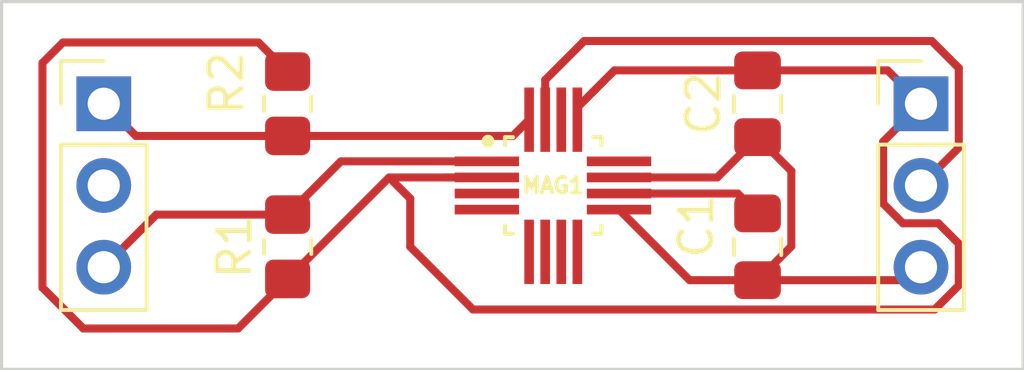
<source format=kicad_pcb>
(kicad_pcb (version 20171130) (host pcbnew "(5.1.10-1-10_14)")

  (general
    (thickness 1.6)
    (drawings 4)
    (tracks 51)
    (zones 0)
    (modules 7)
    (nets 8)
  )

  (page A4)
  (layers
    (0 F.Cu signal)
    (31 B.Cu signal)
    (32 B.Adhes user)
    (33 F.Adhes user)
    (34 B.Paste user)
    (35 F.Paste user)
    (36 B.SilkS user)
    (37 F.SilkS user)
    (38 B.Mask user)
    (39 F.Mask user)
    (40 Dwgs.User user)
    (41 Cmts.User user)
    (42 Eco1.User user)
    (43 Eco2.User user)
    (44 Edge.Cuts user)
    (45 Margin user)
    (46 B.CrtYd user)
    (47 F.CrtYd user)
    (48 B.Fab user)
    (49 F.Fab user)
  )

  (setup
    (last_trace_width 0.25)
    (trace_clearance 0.2)
    (zone_clearance 0.508)
    (zone_45_only no)
    (trace_min 0.2)
    (via_size 0.8)
    (via_drill 0.4)
    (via_min_size 0.4)
    (via_min_drill 0.3)
    (uvia_size 0.3)
    (uvia_drill 0.1)
    (uvias_allowed no)
    (uvia_min_size 0.2)
    (uvia_min_drill 0.1)
    (edge_width 0.05)
    (segment_width 0.2)
    (pcb_text_width 0.3)
    (pcb_text_size 1.5 1.5)
    (mod_edge_width 0.12)
    (mod_text_size 1 1)
    (mod_text_width 0.15)
    (pad_size 0.3 2)
    (pad_drill 0)
    (pad_to_mask_clearance 0)
    (aux_axis_origin 0 0)
    (visible_elements FFFFFF7F)
    (pcbplotparams
      (layerselection 0x010fc_ffffffff)
      (usegerberextensions false)
      (usegerberattributes true)
      (usegerberadvancedattributes true)
      (creategerberjobfile true)
      (excludeedgelayer true)
      (linewidth 0.100000)
      (plotframeref false)
      (viasonmask false)
      (mode 1)
      (useauxorigin false)
      (hpglpennumber 1)
      (hpglpenspeed 20)
      (hpglpendiameter 15.000000)
      (psnegative false)
      (psa4output false)
      (plotreference true)
      (plotvalue true)
      (plotinvisibletext false)
      (padsonsilk false)
      (subtractmaskfromsilk false)
      (outputformat 1)
      (mirror false)
      (drillshape 0)
      (scaleselection 1)
      (outputdirectory "./"))
  )

  (net 0 "")
  (net 1 /SCL)
  (net 2 +3V3)
  (net 3 GND)
  (net 4 "Net-(C1-Pad1)")
  (net 5 /INT)
  (net 6 /SDA)
  (net 7 "Net-(J1-Pad2)")

  (net_class Default "This is the default net class."
    (clearance 0.2)
    (trace_width 0.25)
    (via_dia 0.8)
    (via_drill 0.4)
    (uvia_dia 0.3)
    (uvia_drill 0.1)
    (add_net +3V3)
    (add_net /INT)
    (add_net /SCL)
    (add_net /SDA)
    (add_net GND)
    (add_net "Net-(C1-Pad1)")
    (add_net "Net-(J1-Pad2)")
  )

  (module PQFN50P300X300X100-16N (layer F.Cu) (tedit 6328D9CC) (tstamp 6329284B)
    (at 111.125 59.69)
    (path /6328C7AF)
    (fp_text reference MAG1 (at 0 0) (layer F.SilkS)
      (effects (font (size 0.48 0.48) (thickness 0.15)))
    )
    (fp_text value MMC5983MA (at 0 4.445) (layer F.Fab) hide
      (effects (font (size 0.48 0.48) (thickness 0.12)))
    )
    (fp_circle (center -2.028 -1.378) (end -1.928 -1.378) (layer F.SilkS) (width 0.2))
    (fp_line (start -1.5 -1.5) (end 1.5 -1.5) (layer F.Fab) (width 0.127))
    (fp_line (start 1.5 -1.5) (end 1.5 1.5) (layer F.Fab) (width 0.127))
    (fp_line (start 1.5 1.5) (end -1.5 1.5) (layer F.Fab) (width 0.127))
    (fp_line (start -1.5 1.5) (end -1.5 -1.5) (layer F.Fab) (width 0.127))
    (fp_line (start -1.25 1.5) (end -1.5 1.5) (layer F.SilkS) (width 0.127))
    (fp_line (start -1.5 1.5) (end -1.5 1.25) (layer F.SilkS) (width 0.127))
    (fp_line (start 1.5 1.25) (end 1.5 1.5) (layer F.SilkS) (width 0.127))
    (fp_line (start 1.5 1.5) (end 1.25 1.5) (layer F.SilkS) (width 0.127))
    (fp_line (start 1.25 -1.5) (end 1.5 -1.5) (layer F.SilkS) (width 0.127))
    (fp_line (start 1.5 -1.5) (end 1.5 -1.25) (layer F.SilkS) (width 0.127))
    (fp_line (start -1.5 -1.25) (end -1.5 -1.5) (layer F.SilkS) (width 0.127))
    (fp_line (start -1.5 -1.5) (end -1.25 -1.5) (layer F.SilkS) (width 0.127))
    (fp_circle (center -2.028 -1.378) (end -1.928 -1.378) (layer F.Fab) (width 0.2))
    (fp_line (start -1.75 -1.75) (end 1.75 -1.75) (layer F.CrtYd) (width 0.05))
    (fp_line (start 1.75 -1.75) (end 1.75 1.75) (layer F.CrtYd) (width 0.05))
    (fp_line (start 1.75 1.75) (end -1.75 1.75) (layer F.CrtYd) (width 0.05))
    (fp_line (start -1.75 1.75) (end -1.75 -1.75) (layer F.CrtYd) (width 0.05))
    (pad 1 smd rect (at -2.0625 -0.75) (size 2 0.3) (layers F.Cu F.Paste F.Mask)
      (net 1 /SCL))
    (pad 2 smd rect (at -2.0625 -0.25) (size 2 0.3) (layers F.Cu F.Paste F.Mask)
      (net 2 +3V3))
    (pad 3 smd rect (at -2.0625 0.25) (size 2 0.3) (layers F.Cu F.Paste F.Mask))
    (pad 4 smd rect (at -2.0625 0.75) (size 2 0.3) (layers F.Cu F.Paste F.Mask))
    (pad 5 smd rect (at -0.75 2.0625) (size 0.3 2) (layers F.Cu F.Paste F.Mask))
    (pad 6 smd rect (at -0.25 2.0625) (size 0.3 2) (layers F.Cu F.Paste F.Mask))
    (pad 7 smd rect (at 0.25 2.0625) (size 0.3 2) (layers F.Cu F.Paste F.Mask))
    (pad 8 smd rect (at 0.75 2.0625) (size 0.3 2) (layers F.Cu F.Paste F.Mask))
    (pad 9 smd rect (at 2.045 0.75) (size 2 0.3) (layers F.Cu F.Paste F.Mask)
      (net 3 GND))
    (pad 10 smd rect (at 2.045 0.25) (size 2 0.3) (layers F.Cu F.Paste F.Mask)
      (net 4 "Net-(C1-Pad1)"))
    (pad 11 smd rect (at 2.045 -0.25) (size 2 0.3) (layers F.Cu F.Paste F.Mask)
      (net 3 GND))
    (pad 12 smd rect (at 2.045 -0.75) (size 2 0.3) (layers F.Cu F.Paste F.Mask))
    (pad 13 smd rect (at 0.75 -2.045) (size 0.3 2) (layers F.Cu F.Paste F.Mask)
      (net 2 +3V3))
    (pad 14 smd rect (at 0.25 -2.045) (size 0.3 2) (layers F.Cu F.Paste F.Mask))
    (pad 15 smd rect (at -0.25 -2.045) (size 0.3 2) (layers F.Cu F.Paste F.Mask)
      (net 5 /INT))
    (pad 16 smd rect (at -0.75 -2.045) (size 0.3 2) (layers F.Cu F.Paste F.Mask)
      (net 6 /SDA))
  )

  (module Capacitor_SMD:C_0805_2012Metric_Pad1.18x1.45mm_HandSolder (layer F.Cu) (tedit 5F68FEEF) (tstamp 63292A2E)
    (at 117.475 61.595 270)
    (descr "Capacitor SMD 0805 (2012 Metric), square (rectangular) end terminal, IPC_7351 nominal with elongated pad for handsoldering. (Body size source: IPC-SM-782 page 76, https://www.pcb-3d.com/wordpress/wp-content/uploads/ipc-sm-782a_amendment_1_and_2.pdf, https://docs.google.com/spreadsheets/d/1BsfQQcO9C6DZCsRaXUlFlo91Tg2WpOkGARC1WS5S8t0/edit?usp=sharing), generated with kicad-footprint-generator")
    (tags "capacitor handsolder")
    (path /6328F946)
    (attr smd)
    (fp_text reference C1 (at -0.635 1.905 90) (layer F.SilkS)
      (effects (font (size 1 1) (thickness 0.15)))
    )
    (fp_text value 10u (at 0 -1.905 180) (layer F.Fab)
      (effects (font (size 0.5 0.5) (thickness 0.125)))
    )
    (fp_line (start -1 0.625) (end -1 -0.625) (layer F.Fab) (width 0.1))
    (fp_line (start -1 -0.625) (end 1 -0.625) (layer F.Fab) (width 0.1))
    (fp_line (start 1 -0.625) (end 1 0.625) (layer F.Fab) (width 0.1))
    (fp_line (start 1 0.625) (end -1 0.625) (layer F.Fab) (width 0.1))
    (fp_line (start -0.261252 -0.735) (end 0.261252 -0.735) (layer F.SilkS) (width 0.12))
    (fp_line (start -0.261252 0.735) (end 0.261252 0.735) (layer F.SilkS) (width 0.12))
    (fp_line (start -1.88 0.98) (end -1.88 -0.98) (layer F.CrtYd) (width 0.05))
    (fp_line (start -1.88 -0.98) (end 1.88 -0.98) (layer F.CrtYd) (width 0.05))
    (fp_line (start 1.88 -0.98) (end 1.88 0.98) (layer F.CrtYd) (width 0.05))
    (fp_line (start 1.88 0.98) (end -1.88 0.98) (layer F.CrtYd) (width 0.05))
    (fp_text user %R (at 0 0 90) (layer F.Fab)
      (effects (font (size 0.5 0.5) (thickness 0.08)))
    )
    (pad 1 smd roundrect (at -1.0375 0 270) (size 1.175 1.45) (layers F.Cu F.Paste F.Mask) (roundrect_rratio 0.2127659574468085)
      (net 4 "Net-(C1-Pad1)"))
    (pad 2 smd roundrect (at 1.0375 0 270) (size 1.175 1.45) (layers F.Cu F.Paste F.Mask) (roundrect_rratio 0.2127659574468085)
      (net 3 GND))
    (model ${KISYS3DMOD}/Capacitor_SMD.3dshapes/C_0805_2012Metric.wrl
      (at (xyz 0 0 0))
      (scale (xyz 1 1 1))
      (rotate (xyz 0 0 0))
    )
  )

  (module Capacitor_SMD:C_0805_2012Metric_Pad1.18x1.45mm_HandSolder (layer F.Cu) (tedit 5F68FEEF) (tstamp 63292A3F)
    (at 117.475 57.15 90)
    (descr "Capacitor SMD 0805 (2012 Metric), square (rectangular) end terminal, IPC_7351 nominal with elongated pad for handsoldering. (Body size source: IPC-SM-782 page 76, https://www.pcb-3d.com/wordpress/wp-content/uploads/ipc-sm-782a_amendment_1_and_2.pdf, https://docs.google.com/spreadsheets/d/1BsfQQcO9C6DZCsRaXUlFlo91Tg2WpOkGARC1WS5S8t0/edit?usp=sharing), generated with kicad-footprint-generator")
    (tags "capacitor handsolder")
    (path /63297862)
    (attr smd)
    (fp_text reference C2 (at 0 -1.68 90) (layer F.SilkS)
      (effects (font (size 1 1) (thickness 0.15)))
    )
    (fp_text value 1u (at 0 1.905 180) (layer F.Fab)
      (effects (font (size 0.75 0.75) (thickness 0.15)))
    )
    (fp_line (start 1.88 0.98) (end -1.88 0.98) (layer F.CrtYd) (width 0.05))
    (fp_line (start 1.88 -0.98) (end 1.88 0.98) (layer F.CrtYd) (width 0.05))
    (fp_line (start -1.88 -0.98) (end 1.88 -0.98) (layer F.CrtYd) (width 0.05))
    (fp_line (start -1.88 0.98) (end -1.88 -0.98) (layer F.CrtYd) (width 0.05))
    (fp_line (start -0.261252 0.735) (end 0.261252 0.735) (layer F.SilkS) (width 0.12))
    (fp_line (start -0.261252 -0.735) (end 0.261252 -0.735) (layer F.SilkS) (width 0.12))
    (fp_line (start 1 0.625) (end -1 0.625) (layer F.Fab) (width 0.1))
    (fp_line (start 1 -0.625) (end 1 0.625) (layer F.Fab) (width 0.1))
    (fp_line (start -1 -0.625) (end 1 -0.625) (layer F.Fab) (width 0.1))
    (fp_line (start -1 0.625) (end -1 -0.625) (layer F.Fab) (width 0.1))
    (fp_text user %R (at 0 0 90) (layer F.Fab)
      (effects (font (size 0.5 0.5) (thickness 0.08)))
    )
    (pad 2 smd roundrect (at 1.0375 0 90) (size 1.175 1.45) (layers F.Cu F.Paste F.Mask) (roundrect_rratio 0.2127659574468085)
      (net 2 +3V3))
    (pad 1 smd roundrect (at -1.0375 0 90) (size 1.175 1.45) (layers F.Cu F.Paste F.Mask) (roundrect_rratio 0.2127659574468085)
      (net 3 GND))
    (model ${KISYS3DMOD}/Capacitor_SMD.3dshapes/C_0805_2012Metric.wrl
      (at (xyz 0 0 0))
      (scale (xyz 1 1 1))
      (rotate (xyz 0 0 0))
    )
  )

  (module Resistor_SMD:R_0805_2012Metric_Pad1.20x1.40mm_HandSolder (layer F.Cu) (tedit 5F68FEEE) (tstamp 63292A69)
    (at 102.87 61.595 90)
    (descr "Resistor SMD 0805 (2012 Metric), square (rectangular) end terminal, IPC_7351 nominal with elongated pad for handsoldering. (Body size source: IPC-SM-782 page 72, https://www.pcb-3d.com/wordpress/wp-content/uploads/ipc-sm-782a_amendment_1_and_2.pdf), generated with kicad-footprint-generator")
    (tags "resistor handsolder")
    (path /632945DF)
    (attr smd)
    (fp_text reference R1 (at 0 -1.65 90) (layer F.SilkS)
      (effects (font (size 1 1) (thickness 0.15)))
    )
    (fp_text value 2.7k (at 5.08 3.175 180) (layer F.Fab)
      (effects (font (size 1 1) (thickness 0.15)))
    )
    (fp_line (start -1 0.625) (end -1 -0.625) (layer F.Fab) (width 0.1))
    (fp_line (start -1 -0.625) (end 1 -0.625) (layer F.Fab) (width 0.1))
    (fp_line (start 1 -0.625) (end 1 0.625) (layer F.Fab) (width 0.1))
    (fp_line (start 1 0.625) (end -1 0.625) (layer F.Fab) (width 0.1))
    (fp_line (start -0.227064 -0.735) (end 0.227064 -0.735) (layer F.SilkS) (width 0.12))
    (fp_line (start -0.227064 0.735) (end 0.227064 0.735) (layer F.SilkS) (width 0.12))
    (fp_line (start -1.85 0.95) (end -1.85 -0.95) (layer F.CrtYd) (width 0.05))
    (fp_line (start -1.85 -0.95) (end 1.85 -0.95) (layer F.CrtYd) (width 0.05))
    (fp_line (start 1.85 -0.95) (end 1.85 0.95) (layer F.CrtYd) (width 0.05))
    (fp_line (start 1.85 0.95) (end -1.85 0.95) (layer F.CrtYd) (width 0.05))
    (fp_text user %R (at 0 0 90) (layer F.Fab)
      (effects (font (size 0.5 0.5) (thickness 0.08)))
    )
    (pad 1 smd roundrect (at -1 0 90) (size 1.2 1.4) (layers F.Cu F.Paste F.Mask) (roundrect_rratio 0.2083325)
      (net 2 +3V3))
    (pad 2 smd roundrect (at 1 0 90) (size 1.2 1.4) (layers F.Cu F.Paste F.Mask) (roundrect_rratio 0.2083325)
      (net 1 /SCL))
    (model ${KISYS3DMOD}/Resistor_SMD.3dshapes/R_0805_2012Metric.wrl
      (at (xyz 0 0 0))
      (scale (xyz 1 1 1))
      (rotate (xyz 0 0 0))
    )
  )

  (module Resistor_SMD:R_0805_2012Metric_Pad1.20x1.40mm_HandSolder (layer F.Cu) (tedit 5F68FEEE) (tstamp 63292A7A)
    (at 102.87 57.15 270)
    (descr "Resistor SMD 0805 (2012 Metric), square (rectangular) end terminal, IPC_7351 nominal with elongated pad for handsoldering. (Body size source: IPC-SM-782 page 72, https://www.pcb-3d.com/wordpress/wp-content/uploads/ipc-sm-782a_amendment_1_and_2.pdf), generated with kicad-footprint-generator")
    (tags "resistor handsolder")
    (path /632956BE)
    (attr smd)
    (fp_text reference R2 (at -0.635 1.905 90) (layer F.SilkS)
      (effects (font (size 1 1) (thickness 0.15)))
    )
    (fp_text value 2.7k (at 5.715 -2.54 180) (layer F.Fab)
      (effects (font (size 1 1) (thickness 0.15)))
    )
    (fp_line (start 1.85 0.95) (end -1.85 0.95) (layer F.CrtYd) (width 0.05))
    (fp_line (start 1.85 -0.95) (end 1.85 0.95) (layer F.CrtYd) (width 0.05))
    (fp_line (start -1.85 -0.95) (end 1.85 -0.95) (layer F.CrtYd) (width 0.05))
    (fp_line (start -1.85 0.95) (end -1.85 -0.95) (layer F.CrtYd) (width 0.05))
    (fp_line (start -0.227064 0.735) (end 0.227064 0.735) (layer F.SilkS) (width 0.12))
    (fp_line (start -0.227064 -0.735) (end 0.227064 -0.735) (layer F.SilkS) (width 0.12))
    (fp_line (start 1 0.625) (end -1 0.625) (layer F.Fab) (width 0.1))
    (fp_line (start 1 -0.625) (end 1 0.625) (layer F.Fab) (width 0.1))
    (fp_line (start -1 -0.625) (end 1 -0.625) (layer F.Fab) (width 0.1))
    (fp_line (start -1 0.625) (end -1 -0.625) (layer F.Fab) (width 0.1))
    (fp_text user %R (at 0 0 90) (layer F.Fab)
      (effects (font (size 0.5 0.5) (thickness 0.08)))
    )
    (pad 2 smd roundrect (at 1 0 270) (size 1.2 1.4) (layers F.Cu F.Paste F.Mask) (roundrect_rratio 0.2083325)
      (net 6 /SDA))
    (pad 1 smd roundrect (at -1 0 270) (size 1.2 1.4) (layers F.Cu F.Paste F.Mask) (roundrect_rratio 0.2083325)
      (net 2 +3V3))
    (model ${KISYS3DMOD}/Resistor_SMD.3dshapes/R_0805_2012Metric.wrl
      (at (xyz 0 0 0))
      (scale (xyz 1 1 1))
      (rotate (xyz 0 0 0))
    )
  )

  (module Connector_PinHeader_2.54mm:PinHeader_1x03_P2.54mm_Vertical (layer F.Cu) (tedit 59FED5CC) (tstamp 63296415)
    (at 97.155 57.15)
    (descr "Through hole straight pin header, 1x03, 2.54mm pitch, single row")
    (tags "Through hole pin header THT 1x03 2.54mm single row")
    (path /632AC359)
    (fp_text reference J1 (at 0 -2.33) (layer F.SilkS) hide
      (effects (font (size 1 1) (thickness 0.15)))
    )
    (fp_text value _ (at 0 7.41) (layer F.Fab) hide
      (effects (font (size 1 1) (thickness 0.15)))
    )
    (fp_line (start 1.8 -1.8) (end -1.8 -1.8) (layer F.CrtYd) (width 0.05))
    (fp_line (start 1.8 6.85) (end 1.8 -1.8) (layer F.CrtYd) (width 0.05))
    (fp_line (start -1.8 6.85) (end 1.8 6.85) (layer F.CrtYd) (width 0.05))
    (fp_line (start -1.8 -1.8) (end -1.8 6.85) (layer F.CrtYd) (width 0.05))
    (fp_line (start -1.33 -1.33) (end 0 -1.33) (layer F.SilkS) (width 0.12))
    (fp_line (start -1.33 0) (end -1.33 -1.33) (layer F.SilkS) (width 0.12))
    (fp_line (start -1.33 1.27) (end 1.33 1.27) (layer F.SilkS) (width 0.12))
    (fp_line (start 1.33 1.27) (end 1.33 6.41) (layer F.SilkS) (width 0.12))
    (fp_line (start -1.33 1.27) (end -1.33 6.41) (layer F.SilkS) (width 0.12))
    (fp_line (start -1.33 6.41) (end 1.33 6.41) (layer F.SilkS) (width 0.12))
    (fp_line (start -1.27 -0.635) (end -0.635 -1.27) (layer F.Fab) (width 0.1))
    (fp_line (start -1.27 6.35) (end -1.27 -0.635) (layer F.Fab) (width 0.1))
    (fp_line (start 1.27 6.35) (end -1.27 6.35) (layer F.Fab) (width 0.1))
    (fp_line (start 1.27 -1.27) (end 1.27 6.35) (layer F.Fab) (width 0.1))
    (fp_line (start -0.635 -1.27) (end 1.27 -1.27) (layer F.Fab) (width 0.1))
    (fp_text user %R (at 0 2.54 90) (layer F.Fab)
      (effects (font (size 1 1) (thickness 0.15)))
    )
    (pad 3 thru_hole oval (at 0 5.08) (size 1.7 1.7) (drill 1) (layers *.Cu *.Mask)
      (net 1 /SCL))
    (pad 2 thru_hole oval (at 0 2.54) (size 1.7 1.7) (drill 1) (layers *.Cu *.Mask)
      (net 7 "Net-(J1-Pad2)"))
    (pad 1 thru_hole rect (at 0 0) (size 1.7 1.7) (drill 1) (layers *.Cu *.Mask)
      (net 6 /SDA))
    (model ${KISYS3DMOD}/Connector_PinHeader_2.54mm.3dshapes/PinHeader_1x03_P2.54mm_Vertical.wrl
      (offset (xyz 0 0 -1.5))
      (scale (xyz 1 1 1))
      (rotate (xyz 0 -180 0))
    )
  )

  (module Connector_PinHeader_2.54mm:PinHeader_1x03_P2.54mm_Vertical (layer F.Cu) (tedit 59FED5CC) (tstamp 6329642C)
    (at 122.555 57.15)
    (descr "Through hole straight pin header, 1x03, 2.54mm pitch, single row")
    (tags "Through hole pin header THT 1x03 2.54mm single row")
    (path /632AABC3)
    (fp_text reference J2 (at 0 -2.33) (layer F.SilkS) hide
      (effects (font (size 1 1) (thickness 0.15)))
    )
    (fp_text value _ (at 0 7.41) (layer F.Fab) hide
      (effects (font (size 1 1) (thickness 0.15)))
    )
    (fp_line (start -0.635 -1.27) (end 1.27 -1.27) (layer F.Fab) (width 0.1))
    (fp_line (start 1.27 -1.27) (end 1.27 6.35) (layer F.Fab) (width 0.1))
    (fp_line (start 1.27 6.35) (end -1.27 6.35) (layer F.Fab) (width 0.1))
    (fp_line (start -1.27 6.35) (end -1.27 -0.635) (layer F.Fab) (width 0.1))
    (fp_line (start -1.27 -0.635) (end -0.635 -1.27) (layer F.Fab) (width 0.1))
    (fp_line (start -1.33 6.41) (end 1.33 6.41) (layer F.SilkS) (width 0.12))
    (fp_line (start -1.33 1.27) (end -1.33 6.41) (layer F.SilkS) (width 0.12))
    (fp_line (start 1.33 1.27) (end 1.33 6.41) (layer F.SilkS) (width 0.12))
    (fp_line (start -1.33 1.27) (end 1.33 1.27) (layer F.SilkS) (width 0.12))
    (fp_line (start -1.33 0) (end -1.33 -1.33) (layer F.SilkS) (width 0.12))
    (fp_line (start -1.33 -1.33) (end 0 -1.33) (layer F.SilkS) (width 0.12))
    (fp_line (start -1.8 -1.8) (end -1.8 6.85) (layer F.CrtYd) (width 0.05))
    (fp_line (start -1.8 6.85) (end 1.8 6.85) (layer F.CrtYd) (width 0.05))
    (fp_line (start 1.8 6.85) (end 1.8 -1.8) (layer F.CrtYd) (width 0.05))
    (fp_line (start 1.8 -1.8) (end -1.8 -1.8) (layer F.CrtYd) (width 0.05))
    (fp_text user %R (at 0 2.54 90) (layer F.Fab)
      (effects (font (size 1 1) (thickness 0.15)))
    )
    (pad 1 thru_hole rect (at 0 0) (size 1.7 1.7) (drill 1) (layers *.Cu *.Mask)
      (net 2 +3V3))
    (pad 2 thru_hole oval (at 0 2.54) (size 1.7 1.7) (drill 1) (layers *.Cu *.Mask)
      (net 5 /INT))
    (pad 3 thru_hole oval (at 0 5.08) (size 1.7 1.7) (drill 1) (layers *.Cu *.Mask)
      (net 3 GND))
    (model ${KISYS3DMOD}/Connector_PinHeader_2.54mm.3dshapes/PinHeader_1x03_P2.54mm_Vertical.wrl
      (offset (xyz 0 0 -1.5))
      (scale (xyz 1 1 1))
      (rotate (xyz 0 -180 0))
    )
  )

  (gr_line (start 125.73 53.975) (end 125.73 65.405) (layer Edge.Cuts) (width 0.1))
  (gr_line (start 93.98 53.975) (end 125.73 53.975) (layer Edge.Cuts) (width 0.1))
  (gr_line (start 93.98 65.405) (end 93.98 53.975) (layer Edge.Cuts) (width 0.1))
  (gr_line (start 125.73 65.405) (end 93.98 65.405) (layer Edge.Cuts) (width 0.1))

  (segment (start 104.525 58.94) (end 102.87 60.595) (width 0.25) (layer F.Cu) (net 1))
  (segment (start 109.0625 58.94) (end 104.525 58.94) (width 0.25) (layer F.Cu) (net 1))
  (segment (start 98.79 60.595) (end 97.155 62.23) (width 0.25) (layer F.Cu) (net 1))
  (segment (start 102.87 60.595) (end 98.79 60.595) (width 0.25) (layer F.Cu) (net 1))
  (segment (start 106.025 59.44) (end 109.0625 59.44) (width 0.25) (layer F.Cu) (net 2))
  (segment (start 102.87 62.595) (end 106.025 59.44) (width 0.25) (layer F.Cu) (net 2))
  (segment (start 113.0275 56.1125) (end 117.475 56.1125) (width 0.25) (layer F.Cu) (net 2))
  (segment (start 111.875 57.265) (end 113.0275 56.1125) (width 0.25) (layer F.Cu) (net 2))
  (segment (start 111.875 57.645) (end 111.875 57.265) (width 0.25) (layer F.Cu) (net 2))
  (segment (start 121.5175 56.1125) (end 122.555 57.15) (width 0.25) (layer F.Cu) (net 2))
  (segment (start 117.475 56.1125) (end 121.5175 56.1125) (width 0.25) (layer F.Cu) (net 2))
  (segment (start 109.0625 59.44) (end 107.7775 59.44) (width 0.25) (layer F.Cu) (net 2))
  (segment (start 121.379999 58.325001) (end 122.555 57.15) (width 0.25) (layer F.Cu) (net 2))
  (segment (start 121.379999 60.254001) (end 121.379999 58.325001) (width 0.25) (layer F.Cu) (net 2))
  (segment (start 121.990999 60.865001) (end 121.379999 60.254001) (width 0.25) (layer F.Cu) (net 2))
  (segment (start 123.730001 61.500001) (end 123.095001 60.865001) (width 0.25) (layer F.Cu) (net 2))
  (segment (start 123.730001 62.794001) (end 123.730001 61.500001) (width 0.25) (layer F.Cu) (net 2))
  (segment (start 122.978992 63.54501) (end 123.730001 62.794001) (width 0.25) (layer F.Cu) (net 2))
  (segment (start 106.68 61.595) (end 108.63001 63.54501) (width 0.25) (layer F.Cu) (net 2))
  (segment (start 123.095001 60.865001) (end 121.990999 60.865001) (width 0.25) (layer F.Cu) (net 2))
  (segment (start 108.63001 63.54501) (end 122.978992 63.54501) (width 0.25) (layer F.Cu) (net 2))
  (segment (start 106.68 60.095) (end 106.68 61.595) (width 0.25) (layer F.Cu) (net 2))
  (segment (start 106.025 59.44) (end 106.68 60.095) (width 0.25) (layer F.Cu) (net 2))
  (segment (start 101.33 64.135) (end 102.87 62.595) (width 0.25) (layer F.Cu) (net 2))
  (segment (start 96.52 64.135) (end 101.33 64.135) (width 0.25) (layer F.Cu) (net 2))
  (segment (start 95.25 55.88) (end 95.25 62.865) (width 0.25) (layer F.Cu) (net 2))
  (segment (start 95.25 62.865) (end 96.52 64.135) (width 0.25) (layer F.Cu) (net 2))
  (segment (start 95.885 55.245) (end 95.25 55.88) (width 0.25) (layer F.Cu) (net 2))
  (segment (start 101.965 55.245) (end 95.885 55.245) (width 0.25) (layer F.Cu) (net 2))
  (segment (start 102.87 56.15) (end 101.965 55.245) (width 0.25) (layer F.Cu) (net 2))
  (segment (start 116.2225 59.44) (end 113.17 59.44) (width 0.25) (layer F.Cu) (net 3))
  (segment (start 117.475 58.1875) (end 116.2225 59.44) (width 0.25) (layer F.Cu) (net 3))
  (segment (start 118.52501 61.58249) (end 118.52501 59.23751) (width 0.25) (layer F.Cu) (net 3))
  (segment (start 118.52501 59.23751) (end 117.475 58.1875) (width 0.25) (layer F.Cu) (net 3))
  (segment (start 117.475 62.6325) (end 118.52501 61.58249) (width 0.25) (layer F.Cu) (net 3))
  (segment (start 115.3625 62.6325) (end 113.17 60.44) (width 0.25) (layer F.Cu) (net 3))
  (segment (start 117.475 62.6325) (end 115.3625 62.6325) (width 0.25) (layer F.Cu) (net 3))
  (segment (start 122.1525 62.6325) (end 122.555 62.23) (width 0.25) (layer F.Cu) (net 3))
  (segment (start 117.475 62.6325) (end 122.1525 62.6325) (width 0.25) (layer F.Cu) (net 3))
  (segment (start 116.8575 59.94) (end 113.17 59.94) (width 0.25) (layer F.Cu) (net 4))
  (segment (start 117.475 60.5575) (end 116.8575 59.94) (width 0.25) (layer F.Cu) (net 4))
  (segment (start 123.730001 58.514999) (end 122.555 59.69) (width 0.25) (layer F.Cu) (net 5))
  (segment (start 123.730001 56.039999) (end 123.730001 58.514999) (width 0.25) (layer F.Cu) (net 5))
  (segment (start 122.889992 55.19999) (end 123.730001 56.039999) (width 0.25) (layer F.Cu) (net 5))
  (segment (start 112.085008 55.19999) (end 122.889992 55.19999) (width 0.25) (layer F.Cu) (net 5))
  (segment (start 110.875 56.409998) (end 112.085008 55.19999) (width 0.25) (layer F.Cu) (net 5))
  (segment (start 110.875 57.645) (end 110.875 56.409998) (width 0.25) (layer F.Cu) (net 5))
  (segment (start 109.87 58.15) (end 110.375 57.645) (width 0.25) (layer F.Cu) (net 6))
  (segment (start 102.87 58.15) (end 109.87 58.15) (width 0.25) (layer F.Cu) (net 6))
  (segment (start 98.155 58.15) (end 97.155 57.15) (width 0.25) (layer F.Cu) (net 6))
  (segment (start 102.87 58.15) (end 98.155 58.15) (width 0.25) (layer F.Cu) (net 6))

)

</source>
